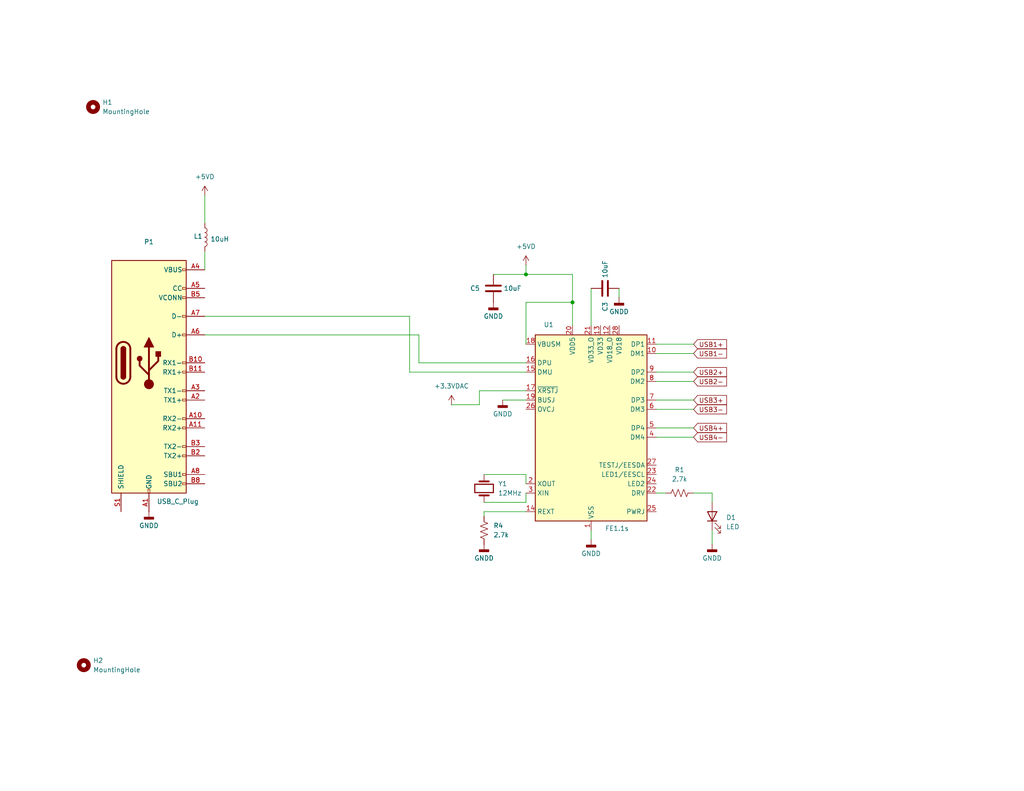
<source format=kicad_sch>
(kicad_sch
	(version 20250114)
	(generator "eeschema")
	(generator_version "9.0")
	(uuid "fab64453-571f-4088-ac35-3f70c8a22580")
	(paper "USLetter")
	(title_block
		(title "Digital Modes - Radio Interface")
		(rev "0.96")
		(company "VA7DBI")
	)
	(lib_symbols
		(symbol "Connector:USB_C_Plug"
			(pin_names
				(offset 1.016)
			)
			(exclude_from_sim no)
			(in_bom yes)
			(on_board yes)
			(property "Reference" "P"
				(at -10.16 29.21 0)
				(effects
					(font
						(size 1.27 1.27)
					)
					(justify left)
				)
			)
			(property "Value" "USB_C_Plug"
				(at 10.16 29.21 0)
				(effects
					(font
						(size 1.27 1.27)
					)
					(justify right)
				)
			)
			(property "Footprint" ""
				(at 3.81 0 0)
				(effects
					(font
						(size 1.27 1.27)
					)
					(hide yes)
				)
			)
			(property "Datasheet" "https://www.usb.org/sites/default/files/documents/usb_type-c.zip"
				(at 3.81 0 0)
				(effects
					(font
						(size 1.27 1.27)
					)
					(hide yes)
				)
			)
			(property "Description" "USB Type-C Plug connector"
				(at 0 0 0)
				(effects
					(font
						(size 1.27 1.27)
					)
					(hide yes)
				)
			)
			(property "ki_keywords" "usb universal serial bus"
				(at 0 0 0)
				(effects
					(font
						(size 1.27 1.27)
					)
					(hide yes)
				)
			)
			(property "ki_fp_filters" "USB*C*Plug*"
				(at 0 0 0)
				(effects
					(font
						(size 1.27 1.27)
					)
					(hide yes)
				)
			)
			(symbol "USB_C_Plug_0_0"
				(rectangle
					(start -0.254 -35.56)
					(end 0.254 -34.544)
					(stroke
						(width 0)
						(type default)
					)
					(fill
						(type none)
					)
				)
				(rectangle
					(start 10.16 25.654)
					(end 9.144 25.146)
					(stroke
						(width 0)
						(type default)
					)
					(fill
						(type none)
					)
				)
				(rectangle
					(start 10.16 20.574)
					(end 9.144 20.066)
					(stroke
						(width 0)
						(type default)
					)
					(fill
						(type none)
					)
				)
				(rectangle
					(start 10.16 18.034)
					(end 9.144 17.526)
					(stroke
						(width 0)
						(type default)
					)
					(fill
						(type none)
					)
				)
				(rectangle
					(start 10.16 12.954)
					(end 9.144 12.446)
					(stroke
						(width 0)
						(type default)
					)
					(fill
						(type none)
					)
				)
				(rectangle
					(start 10.16 7.874)
					(end 9.144 7.366)
					(stroke
						(width 0)
						(type default)
					)
					(fill
						(type none)
					)
				)
				(rectangle
					(start 10.16 0.254)
					(end 9.144 -0.254)
					(stroke
						(width 0)
						(type default)
					)
					(fill
						(type none)
					)
				)
				(rectangle
					(start 10.16 -2.286)
					(end 9.144 -2.794)
					(stroke
						(width 0)
						(type default)
					)
					(fill
						(type none)
					)
				)
				(rectangle
					(start 10.16 -7.366)
					(end 9.144 -7.874)
					(stroke
						(width 0)
						(type default)
					)
					(fill
						(type none)
					)
				)
				(rectangle
					(start 10.16 -9.906)
					(end 9.144 -10.414)
					(stroke
						(width 0)
						(type default)
					)
					(fill
						(type none)
					)
				)
				(rectangle
					(start 10.16 -14.986)
					(end 9.144 -15.494)
					(stroke
						(width 0)
						(type default)
					)
					(fill
						(type none)
					)
				)
				(rectangle
					(start 10.16 -17.526)
					(end 9.144 -18.034)
					(stroke
						(width 0)
						(type default)
					)
					(fill
						(type none)
					)
				)
				(rectangle
					(start 10.16 -22.606)
					(end 9.144 -23.114)
					(stroke
						(width 0)
						(type default)
					)
					(fill
						(type none)
					)
				)
				(rectangle
					(start 10.16 -25.146)
					(end 9.144 -25.654)
					(stroke
						(width 0)
						(type default)
					)
					(fill
						(type none)
					)
				)
				(rectangle
					(start 10.16 -30.226)
					(end 9.144 -30.734)
					(stroke
						(width 0)
						(type default)
					)
					(fill
						(type none)
					)
				)
				(rectangle
					(start 10.16 -32.766)
					(end 9.144 -33.274)
					(stroke
						(width 0)
						(type default)
					)
					(fill
						(type none)
					)
				)
			)
			(symbol "USB_C_Plug_0_1"
				(rectangle
					(start -10.16 27.94)
					(end 10.16 -35.56)
					(stroke
						(width 0.254)
						(type default)
					)
					(fill
						(type background)
					)
				)
				(polyline
					(pts
						(xy -8.89 -3.81) (xy -8.89 3.81)
					)
					(stroke
						(width 0.508)
						(type default)
					)
					(fill
						(type none)
					)
				)
				(rectangle
					(start -7.62 -3.81)
					(end -6.35 3.81)
					(stroke
						(width 0.254)
						(type default)
					)
					(fill
						(type outline)
					)
				)
				(arc
					(start -7.62 3.81)
					(mid -6.985 4.4423)
					(end -6.35 3.81)
					(stroke
						(width 0.254)
						(type default)
					)
					(fill
						(type none)
					)
				)
				(arc
					(start -7.62 3.81)
					(mid -6.985 4.4423)
					(end -6.35 3.81)
					(stroke
						(width 0.254)
						(type default)
					)
					(fill
						(type outline)
					)
				)
				(arc
					(start -8.89 3.81)
					(mid -6.985 5.7067)
					(end -5.08 3.81)
					(stroke
						(width 0.508)
						(type default)
					)
					(fill
						(type none)
					)
				)
				(arc
					(start -5.08 -3.81)
					(mid -6.985 -5.7067)
					(end -8.89 -3.81)
					(stroke
						(width 0.508)
						(type default)
					)
					(fill
						(type none)
					)
				)
				(arc
					(start -6.35 -3.81)
					(mid -6.985 -4.4423)
					(end -7.62 -3.81)
					(stroke
						(width 0.254)
						(type default)
					)
					(fill
						(type none)
					)
				)
				(arc
					(start -6.35 -3.81)
					(mid -6.985 -4.4423)
					(end -7.62 -3.81)
					(stroke
						(width 0.254)
						(type default)
					)
					(fill
						(type outline)
					)
				)
				(polyline
					(pts
						(xy -5.08 3.81) (xy -5.08 -3.81)
					)
					(stroke
						(width 0.508)
						(type default)
					)
					(fill
						(type none)
					)
				)
			)
			(symbol "USB_C_Plug_1_1"
				(circle
					(center -2.54 1.143)
					(radius 0.635)
					(stroke
						(width 0.254)
						(type default)
					)
					(fill
						(type outline)
					)
				)
				(polyline
					(pts
						(xy -1.27 4.318) (xy 0 6.858) (xy 1.27 4.318) (xy -1.27 4.318)
					)
					(stroke
						(width 0.254)
						(type default)
					)
					(fill
						(type outline)
					)
				)
				(polyline
					(pts
						(xy 0 -2.032) (xy 2.54 0.508) (xy 2.54 1.778)
					)
					(stroke
						(width 0.508)
						(type default)
					)
					(fill
						(type none)
					)
				)
				(polyline
					(pts
						(xy 0 -3.302) (xy -2.54 -0.762) (xy -2.54 0.508)
					)
					(stroke
						(width 0.508)
						(type default)
					)
					(fill
						(type none)
					)
				)
				(polyline
					(pts
						(xy 0 -5.842) (xy 0 4.318)
					)
					(stroke
						(width 0.508)
						(type default)
					)
					(fill
						(type none)
					)
				)
				(circle
					(center 0 -5.842)
					(radius 1.27)
					(stroke
						(width 0)
						(type default)
					)
					(fill
						(type outline)
					)
				)
				(rectangle
					(start 1.905 1.778)
					(end 3.175 3.048)
					(stroke
						(width 0.254)
						(type default)
					)
					(fill
						(type outline)
					)
				)
				(pin passive line
					(at -7.62 -40.64 90)
					(length 5.08)
					(name "SHIELD"
						(effects
							(font
								(size 1.27 1.27)
							)
						)
					)
					(number "S1"
						(effects
							(font
								(size 1.27 1.27)
							)
						)
					)
				)
				(pin passive line
					(at 0 -40.64 90)
					(length 5.08)
					(name "GND"
						(effects
							(font
								(size 1.27 1.27)
							)
						)
					)
					(number "A1"
						(effects
							(font
								(size 1.27 1.27)
							)
						)
					)
				)
				(pin passive line
					(at 0 -40.64 90)
					(length 5.08)
					(hide yes)
					(name "GND"
						(effects
							(font
								(size 1.27 1.27)
							)
						)
					)
					(number "A12"
						(effects
							(font
								(size 1.27 1.27)
							)
						)
					)
				)
				(pin passive line
					(at 0 -40.64 90)
					(length 5.08)
					(hide yes)
					(name "GND"
						(effects
							(font
								(size 1.27 1.27)
							)
						)
					)
					(number "B1"
						(effects
							(font
								(size 1.27 1.27)
							)
						)
					)
				)
				(pin passive line
					(at 0 -40.64 90)
					(length 5.08)
					(hide yes)
					(name "GND"
						(effects
							(font
								(size 1.27 1.27)
							)
						)
					)
					(number "B12"
						(effects
							(font
								(size 1.27 1.27)
							)
						)
					)
				)
				(pin passive line
					(at 15.24 25.4 180)
					(length 5.08)
					(name "VBUS"
						(effects
							(font
								(size 1.27 1.27)
							)
						)
					)
					(number "A4"
						(effects
							(font
								(size 1.27 1.27)
							)
						)
					)
				)
				(pin passive line
					(at 15.24 25.4 180)
					(length 5.08)
					(hide yes)
					(name "VBUS"
						(effects
							(font
								(size 1.27 1.27)
							)
						)
					)
					(number "A9"
						(effects
							(font
								(size 1.27 1.27)
							)
						)
					)
				)
				(pin passive line
					(at 15.24 25.4 180)
					(length 5.08)
					(hide yes)
					(name "VBUS"
						(effects
							(font
								(size 1.27 1.27)
							)
						)
					)
					(number "B4"
						(effects
							(font
								(size 1.27 1.27)
							)
						)
					)
				)
				(pin passive line
					(at 15.24 25.4 180)
					(length 5.08)
					(hide yes)
					(name "VBUS"
						(effects
							(font
								(size 1.27 1.27)
							)
						)
					)
					(number "B9"
						(effects
							(font
								(size 1.27 1.27)
							)
						)
					)
				)
				(pin bidirectional line
					(at 15.24 20.32 180)
					(length 5.08)
					(name "CC"
						(effects
							(font
								(size 1.27 1.27)
							)
						)
					)
					(number "A5"
						(effects
							(font
								(size 1.27 1.27)
							)
						)
					)
				)
				(pin bidirectional line
					(at 15.24 17.78 180)
					(length 5.08)
					(name "VCONN"
						(effects
							(font
								(size 1.27 1.27)
							)
						)
					)
					(number "B5"
						(effects
							(font
								(size 1.27 1.27)
							)
						)
					)
				)
				(pin bidirectional line
					(at 15.24 12.7 180)
					(length 5.08)
					(name "D-"
						(effects
							(font
								(size 1.27 1.27)
							)
						)
					)
					(number "A7"
						(effects
							(font
								(size 1.27 1.27)
							)
						)
					)
				)
				(pin bidirectional line
					(at 15.24 7.62 180)
					(length 5.08)
					(name "D+"
						(effects
							(font
								(size 1.27 1.27)
							)
						)
					)
					(number "A6"
						(effects
							(font
								(size 1.27 1.27)
							)
						)
					)
				)
				(pin bidirectional line
					(at 15.24 0 180)
					(length 5.08)
					(name "RX1-"
						(effects
							(font
								(size 1.27 1.27)
							)
						)
					)
					(number "B10"
						(effects
							(font
								(size 1.27 1.27)
							)
						)
					)
				)
				(pin bidirectional line
					(at 15.24 -2.54 180)
					(length 5.08)
					(name "RX1+"
						(effects
							(font
								(size 1.27 1.27)
							)
						)
					)
					(number "B11"
						(effects
							(font
								(size 1.27 1.27)
							)
						)
					)
				)
				(pin bidirectional line
					(at 15.24 -7.62 180)
					(length 5.08)
					(name "TX1-"
						(effects
							(font
								(size 1.27 1.27)
							)
						)
					)
					(number "A3"
						(effects
							(font
								(size 1.27 1.27)
							)
						)
					)
				)
				(pin bidirectional line
					(at 15.24 -10.16 180)
					(length 5.08)
					(name "TX1+"
						(effects
							(font
								(size 1.27 1.27)
							)
						)
					)
					(number "A2"
						(effects
							(font
								(size 1.27 1.27)
							)
						)
					)
				)
				(pin bidirectional line
					(at 15.24 -15.24 180)
					(length 5.08)
					(name "RX2-"
						(effects
							(font
								(size 1.27 1.27)
							)
						)
					)
					(number "A10"
						(effects
							(font
								(size 1.27 1.27)
							)
						)
					)
				)
				(pin bidirectional line
					(at 15.24 -17.78 180)
					(length 5.08)
					(name "RX2+"
						(effects
							(font
								(size 1.27 1.27)
							)
						)
					)
					(number "A11"
						(effects
							(font
								(size 1.27 1.27)
							)
						)
					)
				)
				(pin bidirectional line
					(at 15.24 -22.86 180)
					(length 5.08)
					(name "TX2-"
						(effects
							(font
								(size 1.27 1.27)
							)
						)
					)
					(number "B3"
						(effects
							(font
								(size 1.27 1.27)
							)
						)
					)
				)
				(pin bidirectional line
					(at 15.24 -25.4 180)
					(length 5.08)
					(name "TX2+"
						(effects
							(font
								(size 1.27 1.27)
							)
						)
					)
					(number "B2"
						(effects
							(font
								(size 1.27 1.27)
							)
						)
					)
				)
				(pin bidirectional line
					(at 15.24 -30.48 180)
					(length 5.08)
					(name "SBU1"
						(effects
							(font
								(size 1.27 1.27)
							)
						)
					)
					(number "A8"
						(effects
							(font
								(size 1.27 1.27)
							)
						)
					)
				)
				(pin bidirectional line
					(at 15.24 -33.02 180)
					(length 5.08)
					(name "SBU2"
						(effects
							(font
								(size 1.27 1.27)
							)
						)
					)
					(number "B8"
						(effects
							(font
								(size 1.27 1.27)
							)
						)
					)
				)
			)
			(embedded_fonts no)
		)
		(symbol "Device:C"
			(pin_numbers
				(hide yes)
			)
			(pin_names
				(offset 0.254)
			)
			(exclude_from_sim no)
			(in_bom yes)
			(on_board yes)
			(property "Reference" "C"
				(at 0.635 2.54 0)
				(effects
					(font
						(size 1.27 1.27)
					)
					(justify left)
				)
			)
			(property "Value" "C"
				(at 0.635 -2.54 0)
				(effects
					(font
						(size 1.27 1.27)
					)
					(justify left)
				)
			)
			(property "Footprint" ""
				(at 0.9652 -3.81 0)
				(effects
					(font
						(size 1.27 1.27)
					)
					(hide yes)
				)
			)
			(property "Datasheet" "~"
				(at 0 0 0)
				(effects
					(font
						(size 1.27 1.27)
					)
					(hide yes)
				)
			)
			(property "Description" "Unpolarized capacitor"
				(at 0 0 0)
				(effects
					(font
						(size 1.27 1.27)
					)
					(hide yes)
				)
			)
			(property "ki_keywords" "cap capacitor"
				(at 0 0 0)
				(effects
					(font
						(size 1.27 1.27)
					)
					(hide yes)
				)
			)
			(property "ki_fp_filters" "C_*"
				(at 0 0 0)
				(effects
					(font
						(size 1.27 1.27)
					)
					(hide yes)
				)
			)
			(symbol "C_0_1"
				(polyline
					(pts
						(xy -2.032 0.762) (xy 2.032 0.762)
					)
					(stroke
						(width 0.508)
						(type default)
					)
					(fill
						(type none)
					)
				)
				(polyline
					(pts
						(xy -2.032 -0.762) (xy 2.032 -0.762)
					)
					(stroke
						(width 0.508)
						(type default)
					)
					(fill
						(type none)
					)
				)
			)
			(symbol "C_1_1"
				(pin passive line
					(at 0 3.81 270)
					(length 2.794)
					(name "~"
						(effects
							(font
								(size 1.27 1.27)
							)
						)
					)
					(number "1"
						(effects
							(font
								(size 1.27 1.27)
							)
						)
					)
				)
				(pin passive line
					(at 0 -3.81 90)
					(length 2.794)
					(name "~"
						(effects
							(font
								(size 1.27 1.27)
							)
						)
					)
					(number "2"
						(effects
							(font
								(size 1.27 1.27)
							)
						)
					)
				)
			)
			(embedded_fonts no)
		)
		(symbol "Device:Crystal"
			(pin_numbers
				(hide yes)
			)
			(pin_names
				(offset 1.016)
				(hide yes)
			)
			(exclude_from_sim no)
			(in_bom yes)
			(on_board yes)
			(property "Reference" "Y"
				(at 0 3.81 0)
				(effects
					(font
						(size 1.27 1.27)
					)
				)
			)
			(property "Value" "Crystal"
				(at 0 -3.81 0)
				(effects
					(font
						(size 1.27 1.27)
					)
				)
			)
			(property "Footprint" ""
				(at 0 0 0)
				(effects
					(font
						(size 1.27 1.27)
					)
					(hide yes)
				)
			)
			(property "Datasheet" "~"
				(at 0 0 0)
				(effects
					(font
						(size 1.27 1.27)
					)
					(hide yes)
				)
			)
			(property "Description" "Two pin crystal"
				(at 0 0 0)
				(effects
					(font
						(size 1.27 1.27)
					)
					(hide yes)
				)
			)
			(property "ki_keywords" "quartz ceramic resonator oscillator"
				(at 0 0 0)
				(effects
					(font
						(size 1.27 1.27)
					)
					(hide yes)
				)
			)
			(property "ki_fp_filters" "Crystal*"
				(at 0 0 0)
				(effects
					(font
						(size 1.27 1.27)
					)
					(hide yes)
				)
			)
			(symbol "Crystal_0_1"
				(polyline
					(pts
						(xy -2.54 0) (xy -1.905 0)
					)
					(stroke
						(width 0)
						(type default)
					)
					(fill
						(type none)
					)
				)
				(polyline
					(pts
						(xy -1.905 -1.27) (xy -1.905 1.27)
					)
					(stroke
						(width 0.508)
						(type default)
					)
					(fill
						(type none)
					)
				)
				(rectangle
					(start -1.143 2.54)
					(end 1.143 -2.54)
					(stroke
						(width 0.3048)
						(type default)
					)
					(fill
						(type none)
					)
				)
				(polyline
					(pts
						(xy 1.905 -1.27) (xy 1.905 1.27)
					)
					(stroke
						(width 0.508)
						(type default)
					)
					(fill
						(type none)
					)
				)
				(polyline
					(pts
						(xy 2.54 0) (xy 1.905 0)
					)
					(stroke
						(width 0)
						(type default)
					)
					(fill
						(type none)
					)
				)
			)
			(symbol "Crystal_1_1"
				(pin passive line
					(at -3.81 0 0)
					(length 1.27)
					(name "1"
						(effects
							(font
								(size 1.27 1.27)
							)
						)
					)
					(number "1"
						(effects
							(font
								(size 1.27 1.27)
							)
						)
					)
				)
				(pin passive line
					(at 3.81 0 180)
					(length 1.27)
					(name "2"
						(effects
							(font
								(size 1.27 1.27)
							)
						)
					)
					(number "2"
						(effects
							(font
								(size 1.27 1.27)
							)
						)
					)
				)
			)
			(embedded_fonts no)
		)
		(symbol "Device:L"
			(pin_numbers
				(hide yes)
			)
			(pin_names
				(offset 1.016)
				(hide yes)
			)
			(exclude_from_sim no)
			(in_bom yes)
			(on_board yes)
			(property "Reference" "L"
				(at -1.27 0 90)
				(effects
					(font
						(size 1.27 1.27)
					)
				)
			)
			(property "Value" "L"
				(at 1.905 0 90)
				(effects
					(font
						(size 1.27 1.27)
					)
				)
			)
			(property "Footprint" ""
				(at 0 0 0)
				(effects
					(font
						(size 1.27 1.27)
					)
					(hide yes)
				)
			)
			(property "Datasheet" "~"
				(at 0 0 0)
				(effects
					(font
						(size 1.27 1.27)
					)
					(hide yes)
				)
			)
			(property "Description" "Inductor"
				(at 0 0 0)
				(effects
					(font
						(size 1.27 1.27)
					)
					(hide yes)
				)
			)
			(property "ki_keywords" "inductor choke coil reactor magnetic"
				(at 0 0 0)
				(effects
					(font
						(size 1.27 1.27)
					)
					(hide yes)
				)
			)
			(property "ki_fp_filters" "Choke_* *Coil* Inductor_* L_*"
				(at 0 0 0)
				(effects
					(font
						(size 1.27 1.27)
					)
					(hide yes)
				)
			)
			(symbol "L_0_1"
				(arc
					(start 0 2.54)
					(mid 0.6323 1.905)
					(end 0 1.27)
					(stroke
						(width 0)
						(type default)
					)
					(fill
						(type none)
					)
				)
				(arc
					(start 0 1.27)
					(mid 0.6323 0.635)
					(end 0 0)
					(stroke
						(width 0)
						(type default)
					)
					(fill
						(type none)
					)
				)
				(arc
					(start 0 0)
					(mid 0.6323 -0.635)
					(end 0 -1.27)
					(stroke
						(width 0)
						(type default)
					)
					(fill
						(type none)
					)
				)
				(arc
					(start 0 -1.27)
					(mid 0.6323 -1.905)
					(end 0 -2.54)
					(stroke
						(width 0)
						(type default)
					)
					(fill
						(type none)
					)
				)
			)
			(symbol "L_1_1"
				(pin passive line
					(at 0 3.81 270)
					(length 1.27)
					(name "1"
						(effects
							(font
								(size 1.27 1.27)
							)
						)
					)
					(number "1"
						(effects
							(font
								(size 1.27 1.27)
							)
						)
					)
				)
				(pin passive line
					(at 0 -3.81 90)
					(length 1.27)
					(name "2"
						(effects
							(font
								(size 1.27 1.27)
							)
						)
					)
					(number "2"
						(effects
							(font
								(size 1.27 1.27)
							)
						)
					)
				)
			)
			(embedded_fonts no)
		)
		(symbol "Device:LED"
			(pin_numbers
				(hide yes)
			)
			(pin_names
				(offset 1.016)
				(hide yes)
			)
			(exclude_from_sim no)
			(in_bom yes)
			(on_board yes)
			(property "Reference" "D"
				(at 0 2.54 0)
				(effects
					(font
						(size 1.27 1.27)
					)
				)
			)
			(property "Value" "LED"
				(at 0 -2.54 0)
				(effects
					(font
						(size 1.27 1.27)
					)
				)
			)
			(property "Footprint" ""
				(at 0 0 0)
				(effects
					(font
						(size 1.27 1.27)
					)
					(hide yes)
				)
			)
			(property "Datasheet" "~"
				(at 0 0 0)
				(effects
					(font
						(size 1.27 1.27)
					)
					(hide yes)
				)
			)
			(property "Description" "Light emitting diode"
				(at 0 0 0)
				(effects
					(font
						(size 1.27 1.27)
					)
					(hide yes)
				)
			)
			(property "ki_keywords" "LED diode"
				(at 0 0 0)
				(effects
					(font
						(size 1.27 1.27)
					)
					(hide yes)
				)
			)
			(property "ki_fp_filters" "LED* LED_SMD:* LED_THT:*"
				(at 0 0 0)
				(effects
					(font
						(size 1.27 1.27)
					)
					(hide yes)
				)
			)
			(symbol "LED_0_1"
				(polyline
					(pts
						(xy -3.048 -0.762) (xy -4.572 -2.286) (xy -3.81 -2.286) (xy -4.572 -2.286) (xy -4.572 -1.524)
					)
					(stroke
						(width 0)
						(type default)
					)
					(fill
						(type none)
					)
				)
				(polyline
					(pts
						(xy -1.778 -0.762) (xy -3.302 -2.286) (xy -2.54 -2.286) (xy -3.302 -2.286) (xy -3.302 -1.524)
					)
					(stroke
						(width 0)
						(type default)
					)
					(fill
						(type none)
					)
				)
				(polyline
					(pts
						(xy -1.27 0) (xy 1.27 0)
					)
					(stroke
						(width 0)
						(type default)
					)
					(fill
						(type none)
					)
				)
				(polyline
					(pts
						(xy -1.27 -1.27) (xy -1.27 1.27)
					)
					(stroke
						(width 0.254)
						(type default)
					)
					(fill
						(type none)
					)
				)
				(polyline
					(pts
						(xy 1.27 -1.27) (xy 1.27 1.27) (xy -1.27 0) (xy 1.27 -1.27)
					)
					(stroke
						(width 0.254)
						(type default)
					)
					(fill
						(type none)
					)
				)
			)
			(symbol "LED_1_1"
				(pin passive line
					(at -3.81 0 0)
					(length 2.54)
					(name "K"
						(effects
							(font
								(size 1.27 1.27)
							)
						)
					)
					(number "1"
						(effects
							(font
								(size 1.27 1.27)
							)
						)
					)
				)
				(pin passive line
					(at 3.81 0 180)
					(length 2.54)
					(name "A"
						(effects
							(font
								(size 1.27 1.27)
							)
						)
					)
					(number "2"
						(effects
							(font
								(size 1.27 1.27)
							)
						)
					)
				)
			)
			(embedded_fonts no)
		)
		(symbol "Device:R_US"
			(pin_numbers
				(hide yes)
			)
			(pin_names
				(offset 0)
			)
			(exclude_from_sim no)
			(in_bom yes)
			(on_board yes)
			(property "Reference" "R"
				(at 2.54 0 90)
				(effects
					(font
						(size 1.27 1.27)
					)
				)
			)
			(property "Value" "R_US"
				(at -2.54 0 90)
				(effects
					(font
						(size 1.27 1.27)
					)
				)
			)
			(property "Footprint" ""
				(at 1.016 -0.254 90)
				(effects
					(font
						(size 1.27 1.27)
					)
					(hide yes)
				)
			)
			(property "Datasheet" "~"
				(at 0 0 0)
				(effects
					(font
						(size 1.27 1.27)
					)
					(hide yes)
				)
			)
			(property "Description" "Resistor, US symbol"
				(at 0 0 0)
				(effects
					(font
						(size 1.27 1.27)
					)
					(hide yes)
				)
			)
			(property "ki_keywords" "R res resistor"
				(at 0 0 0)
				(effects
					(font
						(size 1.27 1.27)
					)
					(hide yes)
				)
			)
			(property "ki_fp_filters" "R_*"
				(at 0 0 0)
				(effects
					(font
						(size 1.27 1.27)
					)
					(hide yes)
				)
			)
			(symbol "R_US_0_1"
				(polyline
					(pts
						(xy 0 2.286) (xy 0 2.54)
					)
					(stroke
						(width 0)
						(type default)
					)
					(fill
						(type none)
					)
				)
				(polyline
					(pts
						(xy 0 2.286) (xy 1.016 1.905) (xy 0 1.524) (xy -1.016 1.143) (xy 0 0.762)
					)
					(stroke
						(width 0)
						(type default)
					)
					(fill
						(type none)
					)
				)
				(polyline
					(pts
						(xy 0 0.762) (xy 1.016 0.381) (xy 0 0) (xy -1.016 -0.381) (xy 0 -0.762)
					)
					(stroke
						(width 0)
						(type default)
					)
					(fill
						(type none)
					)
				)
				(polyline
					(pts
						(xy 0 -0.762) (xy 1.016 -1.143) (xy 0 -1.524) (xy -1.016 -1.905) (xy 0 -2.286)
					)
					(stroke
						(width 0)
						(type default)
					)
					(fill
						(type none)
					)
				)
				(polyline
					(pts
						(xy 0 -2.286) (xy 0 -2.54)
					)
					(stroke
						(width 0)
						(type default)
					)
					(fill
						(type none)
					)
				)
			)
			(symbol "R_US_1_1"
				(pin passive line
					(at 0 3.81 270)
					(length 1.27)
					(name "~"
						(effects
							(font
								(size 1.27 1.27)
							)
						)
					)
					(number "1"
						(effects
							(font
								(size 1.27 1.27)
							)
						)
					)
				)
				(pin passive line
					(at 0 -3.81 90)
					(length 1.27)
					(name "~"
						(effects
							(font
								(size 1.27 1.27)
							)
						)
					)
					(number "2"
						(effects
							(font
								(size 1.27 1.27)
							)
						)
					)
				)
			)
			(embedded_fonts no)
		)
		(symbol "Interface_USB:FE1.1s"
			(exclude_from_sim no)
			(in_bom yes)
			(on_board yes)
			(property "Reference" "U"
				(at -11.43 26.67 0)
				(effects
					(font
						(size 1.27 1.27)
					)
				)
			)
			(property "Value" "FE1.1s"
				(at 12.7 27.94 0)
				(effects
					(font
						(size 1.27 1.27)
					)
					(justify top)
				)
			)
			(property "Footprint" "Package_SO:SSOP-28_3.9x9.9mm_P0.635mm"
				(at 26.67 -38.1 0)
				(effects
					(font
						(size 1.27 1.27)
					)
					(hide yes)
				)
			)
			(property "Datasheet" "https://cdn-shop.adafruit.com/product-files/2991/FE1.1s+Data+Sheet+(Rev.+1.0).pdf"
				(at 0 0 0)
				(effects
					(font
						(size 1.27 1.27)
					)
					(hide yes)
				)
			)
			(property "Description" "USB 2.0 High Speed 4-Port Hub Controller, SSOP-28"
				(at 0 0 0)
				(effects
					(font
						(size 1.27 1.27)
					)
					(hide yes)
				)
			)
			(property "ki_keywords" "4-Port, EEPROM, High Speed, Hub, USB2.0"
				(at 0 0 0)
				(effects
					(font
						(size 1.27 1.27)
					)
					(hide yes)
				)
			)
			(property "ki_fp_filters" "SSOP*3.9x9.9mm*P0.635mm*"
				(at 0 0 0)
				(effects
					(font
						(size 1.27 1.27)
					)
					(hide yes)
				)
			)
			(symbol "FE1.1s_0_1"
				(rectangle
					(start -15.24 25.4)
					(end 15.24 -25.4)
					(stroke
						(width 0.254)
						(type default)
					)
					(fill
						(type background)
					)
				)
			)
			(symbol "FE1.1s_1_1"
				(pin input line
					(at -17.78 22.86 0)
					(length 2.54)
					(name "VBUSM"
						(effects
							(font
								(size 1.27 1.27)
							)
						)
					)
					(number "18"
						(effects
							(font
								(size 1.27 1.27)
							)
						)
					)
				)
				(pin bidirectional line
					(at -17.78 17.78 0)
					(length 2.54)
					(name "DPU"
						(effects
							(font
								(size 1.27 1.27)
							)
						)
					)
					(number "16"
						(effects
							(font
								(size 1.27 1.27)
							)
						)
					)
				)
				(pin bidirectional line
					(at -17.78 15.24 0)
					(length 2.54)
					(name "DMU"
						(effects
							(font
								(size 1.27 1.27)
							)
						)
					)
					(number "15"
						(effects
							(font
								(size 1.27 1.27)
							)
						)
					)
				)
				(pin input line
					(at -17.78 10.16 0)
					(length 2.54)
					(name "~{XRSTJ}"
						(effects
							(font
								(size 1.27 1.27)
							)
						)
					)
					(number "17"
						(effects
							(font
								(size 1.27 1.27)
							)
						)
					)
				)
				(pin input line
					(at -17.78 7.62 0)
					(length 2.54)
					(name "BUSJ"
						(effects
							(font
								(size 1.27 1.27)
							)
						)
					)
					(number "19"
						(effects
							(font
								(size 1.27 1.27)
							)
						)
					)
				)
				(pin input line
					(at -17.78 5.08 0)
					(length 2.54)
					(name "OVCJ"
						(effects
							(font
								(size 1.27 1.27)
							)
						)
					)
					(number "26"
						(effects
							(font
								(size 1.27 1.27)
							)
						)
					)
				)
				(pin output line
					(at -17.78 -15.24 0)
					(length 2.54)
					(name "XOUT"
						(effects
							(font
								(size 1.27 1.27)
							)
						)
					)
					(number "2"
						(effects
							(font
								(size 1.27 1.27)
							)
						)
					)
				)
				(pin input line
					(at -17.78 -17.78 0)
					(length 2.54)
					(name "XIN"
						(effects
							(font
								(size 1.27 1.27)
							)
						)
					)
					(number "3"
						(effects
							(font
								(size 1.27 1.27)
							)
						)
					)
				)
				(pin passive line
					(at -17.78 -22.86 0)
					(length 2.54)
					(name "REXT"
						(effects
							(font
								(size 1.27 1.27)
							)
						)
					)
					(number "14"
						(effects
							(font
								(size 1.27 1.27)
							)
						)
					)
				)
				(pin power_in line
					(at -5.08 27.94 270)
					(length 2.54)
					(name "VDD5"
						(effects
							(font
								(size 1.27 1.27)
							)
						)
					)
					(number "20"
						(effects
							(font
								(size 1.27 1.27)
							)
						)
					)
				)
				(pin power_out line
					(at 0 27.94 270)
					(length 2.54)
					(name "VD33_O"
						(effects
							(font
								(size 1.27 1.27)
							)
						)
					)
					(number "21"
						(effects
							(font
								(size 1.27 1.27)
							)
						)
					)
				)
				(pin power_in line
					(at 0 -27.94 90)
					(length 2.54)
					(name "VSS"
						(effects
							(font
								(size 1.27 1.27)
							)
						)
					)
					(number "1"
						(effects
							(font
								(size 1.27 1.27)
							)
						)
					)
				)
				(pin power_in line
					(at 2.54 27.94 270)
					(length 2.54)
					(name "VD33"
						(effects
							(font
								(size 1.27 1.27)
							)
						)
					)
					(number "13"
						(effects
							(font
								(size 1.27 1.27)
							)
						)
					)
				)
				(pin power_out line
					(at 5.08 27.94 270)
					(length 2.54)
					(name "VD18_O"
						(effects
							(font
								(size 1.27 1.27)
							)
						)
					)
					(number "12"
						(effects
							(font
								(size 1.27 1.27)
							)
						)
					)
				)
				(pin power_in line
					(at 7.62 27.94 270)
					(length 2.54)
					(name "VD18"
						(effects
							(font
								(size 1.27 1.27)
							)
						)
					)
					(number "28"
						(effects
							(font
								(size 1.27 1.27)
							)
						)
					)
				)
				(pin bidirectional line
					(at 17.78 22.86 180)
					(length 2.54)
					(name "DP1"
						(effects
							(font
								(size 1.27 1.27)
							)
						)
					)
					(number "11"
						(effects
							(font
								(size 1.27 1.27)
							)
						)
					)
				)
				(pin bidirectional line
					(at 17.78 20.32 180)
					(length 2.54)
					(name "DM1"
						(effects
							(font
								(size 1.27 1.27)
							)
						)
					)
					(number "10"
						(effects
							(font
								(size 1.27 1.27)
							)
						)
					)
				)
				(pin bidirectional line
					(at 17.78 15.24 180)
					(length 2.54)
					(name "DP2"
						(effects
							(font
								(size 1.27 1.27)
							)
						)
					)
					(number "9"
						(effects
							(font
								(size 1.27 1.27)
							)
						)
					)
				)
				(pin bidirectional line
					(at 17.78 12.7 180)
					(length 2.54)
					(name "DM2"
						(effects
							(font
								(size 1.27 1.27)
							)
						)
					)
					(number "8"
						(effects
							(font
								(size 1.27 1.27)
							)
						)
					)
				)
				(pin bidirectional line
					(at 17.78 7.62 180)
					(length 2.54)
					(name "DP3"
						(effects
							(font
								(size 1.27 1.27)
							)
						)
					)
					(number "7"
						(effects
							(font
								(size 1.27 1.27)
							)
						)
					)
				)
				(pin bidirectional line
					(at 17.78 5.08 180)
					(length 2.54)
					(name "DM3"
						(effects
							(font
								(size 1.27 1.27)
							)
						)
					)
					(number "6"
						(effects
							(font
								(size 1.27 1.27)
							)
						)
					)
				)
				(pin bidirectional line
					(at 17.78 0 180)
					(length 2.54)
					(name "DP4"
						(effects
							(font
								(size 1.27 1.27)
							)
						)
					)
					(number "5"
						(effects
							(font
								(size 1.27 1.27)
							)
						)
					)
				)
				(pin bidirectional line
					(at 17.78 -2.54 180)
					(length 2.54)
					(name "DM4"
						(effects
							(font
								(size 1.27 1.27)
							)
						)
					)
					(number "4"
						(effects
							(font
								(size 1.27 1.27)
							)
						)
					)
				)
				(pin bidirectional line
					(at 17.78 -10.16 180)
					(length 2.54)
					(name "TESTJ/EESDA"
						(effects
							(font
								(size 1.27 1.27)
							)
						)
					)
					(number "27"
						(effects
							(font
								(size 1.27 1.27)
							)
						)
					)
				)
				(pin bidirectional line
					(at 17.78 -12.7 180)
					(length 2.54)
					(name "LED1/EESCL"
						(effects
							(font
								(size 1.27 1.27)
							)
						)
					)
					(number "23"
						(effects
							(font
								(size 1.27 1.27)
							)
						)
					)
				)
				(pin bidirectional line
					(at 17.78 -15.24 180)
					(length 2.54)
					(name "LED2"
						(effects
							(font
								(size 1.27 1.27)
							)
						)
					)
					(number "24"
						(effects
							(font
								(size 1.27 1.27)
							)
						)
					)
				)
				(pin bidirectional line
					(at 17.78 -17.78 180)
					(length 2.54)
					(name "DRV"
						(effects
							(font
								(size 1.27 1.27)
							)
						)
					)
					(number "22"
						(effects
							(font
								(size 1.27 1.27)
							)
						)
					)
				)
				(pin output line
					(at 17.78 -22.86 180)
					(length 2.54)
					(name "PWRJ"
						(effects
							(font
								(size 1.27 1.27)
							)
						)
					)
					(number "25"
						(effects
							(font
								(size 1.27 1.27)
							)
						)
					)
				)
			)
			(embedded_fonts no)
		)
		(symbol "Mechanical:MountingHole"
			(pin_names
				(offset 1.016)
			)
			(exclude_from_sim yes)
			(in_bom no)
			(on_board yes)
			(property "Reference" "H"
				(at 0 5.08 0)
				(effects
					(font
						(size 1.27 1.27)
					)
				)
			)
			(property "Value" "MountingHole"
				(at 0 3.175 0)
				(effects
					(font
						(size 1.27 1.27)
					)
				)
			)
			(property "Footprint" ""
				(at 0 0 0)
				(effects
					(font
						(size 1.27 1.27)
					)
					(hide yes)
				)
			)
			(property "Datasheet" "~"
				(at 0 0 0)
				(effects
					(font
						(size 1.27 1.27)
					)
					(hide yes)
				)
			)
			(property "Description" "Mounting Hole without connection"
				(at 0 0 0)
				(effects
					(font
						(size 1.27 1.27)
					)
					(hide yes)
				)
			)
			(property "ki_keywords" "mounting hole"
				(at 0 0 0)
				(effects
					(font
						(size 1.27 1.27)
					)
					(hide yes)
				)
			)
			(property "ki_fp_filters" "MountingHole*"
				(at 0 0 0)
				(effects
					(font
						(size 1.27 1.27)
					)
					(hide yes)
				)
			)
			(symbol "MountingHole_0_1"
				(circle
					(center 0 0)
					(radius 1.27)
					(stroke
						(width 1.27)
						(type default)
					)
					(fill
						(type none)
					)
				)
			)
			(embedded_fonts no)
		)
		(symbol "power:+3.3VDAC"
			(power)
			(pin_numbers
				(hide yes)
			)
			(pin_names
				(offset 0)
				(hide yes)
			)
			(exclude_from_sim no)
			(in_bom yes)
			(on_board yes)
			(property "Reference" "#PWR"
				(at 3.81 -1.27 0)
				(effects
					(font
						(size 1.27 1.27)
					)
					(hide yes)
				)
			)
			(property "Value" "+3.3VDAC"
				(at 0 3.556 0)
				(effects
					(font
						(size 1.27 1.27)
					)
				)
			)
			(property "Footprint" ""
				(at 0 0 0)
				(effects
					(font
						(size 1.27 1.27)
					)
					(hide yes)
				)
			)
			(property "Datasheet" ""
				(at 0 0 0)
				(effects
					(font
						(size 1.27 1.27)
					)
					(hide yes)
				)
			)
			(property "Description" "Power symbol creates a global label with name \"+3.3VDAC\""
				(at 0 0 0)
				(effects
					(font
						(size 1.27 1.27)
					)
					(hide yes)
				)
			)
			(property "ki_keywords" "global power"
				(at 0 0 0)
				(effects
					(font
						(size 1.27 1.27)
					)
					(hide yes)
				)
			)
			(symbol "+3.3VDAC_0_0"
				(pin power_in line
					(at 0 0 90)
					(length 0)
					(name "~"
						(effects
							(font
								(size 1.27 1.27)
							)
						)
					)
					(number "1"
						(effects
							(font
								(size 1.27 1.27)
							)
						)
					)
				)
			)
			(symbol "+3.3VDAC_0_1"
				(polyline
					(pts
						(xy -0.762 1.27) (xy 0 2.54)
					)
					(stroke
						(width 0)
						(type default)
					)
					(fill
						(type none)
					)
				)
				(polyline
					(pts
						(xy 0 2.54) (xy 0.762 1.27)
					)
					(stroke
						(width 0)
						(type default)
					)
					(fill
						(type none)
					)
				)
				(polyline
					(pts
						(xy 0 0) (xy 0 2.54)
					)
					(stroke
						(width 0)
						(type default)
					)
					(fill
						(type none)
					)
				)
			)
			(embedded_fonts no)
		)
		(symbol "power:+5VD"
			(power)
			(pin_numbers
				(hide yes)
			)
			(pin_names
				(offset 0)
				(hide yes)
			)
			(exclude_from_sim no)
			(in_bom yes)
			(on_board yes)
			(property "Reference" "#PWR"
				(at 0 -3.81 0)
				(effects
					(font
						(size 1.27 1.27)
					)
					(hide yes)
				)
			)
			(property "Value" "+5VD"
				(at 0 3.556 0)
				(effects
					(font
						(size 1.27 1.27)
					)
				)
			)
			(property "Footprint" ""
				(at 0 0 0)
				(effects
					(font
						(size 1.27 1.27)
					)
					(hide yes)
				)
			)
			(property "Datasheet" ""
				(at 0 0 0)
				(effects
					(font
						(size 1.27 1.27)
					)
					(hide yes)
				)
			)
			(property "Description" "Power symbol creates a global label with name \"+5VD\""
				(at 0 0 0)
				(effects
					(font
						(size 1.27 1.27)
					)
					(hide yes)
				)
			)
			(property "ki_keywords" "global power"
				(at 0 0 0)
				(effects
					(font
						(size 1.27 1.27)
					)
					(hide yes)
				)
			)
			(symbol "+5VD_0_1"
				(polyline
					(pts
						(xy -0.762 1.27) (xy 0 2.54)
					)
					(stroke
						(width 0)
						(type default)
					)
					(fill
						(type none)
					)
				)
				(polyline
					(pts
						(xy 0 2.54) (xy 0.762 1.27)
					)
					(stroke
						(width 0)
						(type default)
					)
					(fill
						(type none)
					)
				)
				(polyline
					(pts
						(xy 0 0) (xy 0 2.54)
					)
					(stroke
						(width 0)
						(type default)
					)
					(fill
						(type none)
					)
				)
			)
			(symbol "+5VD_1_1"
				(pin power_in line
					(at 0 0 90)
					(length 0)
					(name "~"
						(effects
							(font
								(size 1.27 1.27)
							)
						)
					)
					(number "1"
						(effects
							(font
								(size 1.27 1.27)
							)
						)
					)
				)
			)
			(embedded_fonts no)
		)
		(symbol "power:GNDD"
			(power)
			(pin_numbers
				(hide yes)
			)
			(pin_names
				(offset 0)
				(hide yes)
			)
			(exclude_from_sim no)
			(in_bom yes)
			(on_board yes)
			(property "Reference" "#PWR"
				(at 0 -6.35 0)
				(effects
					(font
						(size 1.27 1.27)
					)
					(hide yes)
				)
			)
			(property "Value" "GNDD"
				(at 0 -3.175 0)
				(effects
					(font
						(size 1.27 1.27)
					)
				)
			)
			(property "Footprint" ""
				(at 0 0 0)
				(effects
					(font
						(size 1.27 1.27)
					)
					(hide yes)
				)
			)
			(property "Datasheet" ""
				(at 0 0 0)
				(effects
					(font
						(size 1.27 1.27)
					)
					(hide yes)
				)
			)
			(property "Description" "Power symbol creates a global label with name \"GNDD\" , digital ground"
				(at 0 0 0)
				(effects
					(font
						(size 1.27 1.27)
					)
					(hide yes)
				)
			)
			(property "ki_keywords" "global power"
				(at 0 0 0)
				(effects
					(font
						(size 1.27 1.27)
					)
					(hide yes)
				)
			)
			(symbol "GNDD_0_1"
				(rectangle
					(start -1.27 -1.524)
					(end 1.27 -2.032)
					(stroke
						(width 0.254)
						(type default)
					)
					(fill
						(type outline)
					)
				)
				(polyline
					(pts
						(xy 0 0) (xy 0 -1.524)
					)
					(stroke
						(width 0)
						(type default)
					)
					(fill
						(type none)
					)
				)
			)
			(symbol "GNDD_1_1"
				(pin power_in line
					(at 0 0 270)
					(length 0)
					(name "~"
						(effects
							(font
								(size 1.27 1.27)
							)
						)
					)
					(number "1"
						(effects
							(font
								(size 1.27 1.27)
							)
						)
					)
				)
			)
			(embedded_fonts no)
		)
	)
	(junction
		(at 143.51 74.93)
		(diameter 0)
		(color 0 0 0 0)
		(uuid "785eb82e-0dc6-4a0d-98ed-f00efcc5fe9e")
	)
	(junction
		(at 156.21 82.55)
		(diameter 0)
		(color 0 0 0 0)
		(uuid "f9d26ecb-3c8b-4c09-b938-36d2b8b01d03")
	)
	(wire
		(pts
			(xy 114.3 99.06) (xy 143.51 99.06)
		)
		(stroke
			(width 0)
			(type default)
		)
		(uuid "02bee82c-8928-4204-8f00-4563e4424286")
	)
	(wire
		(pts
			(xy 179.07 104.14) (xy 189.23 104.14)
		)
		(stroke
			(width 0)
			(type default)
		)
		(uuid "19ffd0dd-0c3b-4921-b021-27c722ac7b53")
	)
	(wire
		(pts
			(xy 179.07 101.6) (xy 189.23 101.6)
		)
		(stroke
			(width 0)
			(type default)
		)
		(uuid "239b7399-8d18-47c2-89c1-a7f948886bb4")
	)
	(wire
		(pts
			(xy 55.88 91.44) (xy 114.3 91.44)
		)
		(stroke
			(width 0)
			(type default)
		)
		(uuid "26463c01-a205-4aa3-84c9-c91209be4951")
	)
	(wire
		(pts
			(xy 143.51 139.7) (xy 132.08 139.7)
		)
		(stroke
			(width 0)
			(type default)
		)
		(uuid "28db4151-ee39-49c5-aed5-150a0856fb76")
	)
	(wire
		(pts
			(xy 132.08 137.16) (xy 143.51 137.16)
		)
		(stroke
			(width 0)
			(type default)
		)
		(uuid "2f693720-a13d-4632-a9ae-cdf0ad74b5a9")
	)
	(wire
		(pts
			(xy 137.16 109.22) (xy 143.51 109.22)
		)
		(stroke
			(width 0)
			(type default)
		)
		(uuid "39785aef-277e-4057-95e5-c25153ec251e")
	)
	(wire
		(pts
			(xy 179.07 116.84) (xy 189.23 116.84)
		)
		(stroke
			(width 0)
			(type default)
		)
		(uuid "3c927b59-d7a9-4048-877d-77f4ae104449")
	)
	(wire
		(pts
			(xy 143.51 82.55) (xy 156.21 82.55)
		)
		(stroke
			(width 0)
			(type default)
		)
		(uuid "4018a90a-95ca-46e7-8732-d37c9b371cbb")
	)
	(wire
		(pts
			(xy 132.08 129.54) (xy 143.51 129.54)
		)
		(stroke
			(width 0)
			(type default)
		)
		(uuid "446f4ff3-a243-47df-aaa6-a4df0449112d")
	)
	(wire
		(pts
			(xy 161.29 144.78) (xy 161.29 147.32)
		)
		(stroke
			(width 0)
			(type default)
		)
		(uuid "46257a8d-596a-4fbe-875d-07ead8cfccc1")
	)
	(wire
		(pts
			(xy 55.88 53.34) (xy 55.88 60.96)
		)
		(stroke
			(width 0)
			(type default)
		)
		(uuid "4aeb89e9-18bb-438f-bfdd-559f246d773c")
	)
	(wire
		(pts
			(xy 179.07 109.22) (xy 189.23 109.22)
		)
		(stroke
			(width 0)
			(type default)
		)
		(uuid "4dd6efdd-de50-427a-a299-6c9cfaf8ef89")
	)
	(wire
		(pts
			(xy 55.88 68.58) (xy 55.88 73.66)
		)
		(stroke
			(width 0)
			(type default)
		)
		(uuid "54b0c63b-5059-46d6-aa1f-36eb473322f2")
	)
	(wire
		(pts
			(xy 179.07 134.62) (xy 181.61 134.62)
		)
		(stroke
			(width 0)
			(type default)
		)
		(uuid "552b5098-7256-4df8-a67e-c9d20c32044b")
	)
	(wire
		(pts
			(xy 194.31 134.62) (xy 194.31 137.16)
		)
		(stroke
			(width 0)
			(type default)
		)
		(uuid "556410d4-cc37-465b-bfc0-76d5ae2a4488")
	)
	(wire
		(pts
			(xy 161.29 78.74) (xy 161.29 88.9)
		)
		(stroke
			(width 0)
			(type default)
		)
		(uuid "6517f928-f3ae-413c-9f77-b35073ea92dd")
	)
	(wire
		(pts
			(xy 111.76 86.36) (xy 55.88 86.36)
		)
		(stroke
			(width 0)
			(type default)
		)
		(uuid "6bcf759b-ac94-4949-aeb7-d83e82c65e19")
	)
	(wire
		(pts
			(xy 156.21 74.93) (xy 143.51 74.93)
		)
		(stroke
			(width 0)
			(type default)
		)
		(uuid "6e2d6921-ff06-4242-a543-e40fac9b860e")
	)
	(wire
		(pts
			(xy 134.62 74.93) (xy 143.51 74.93)
		)
		(stroke
			(width 0)
			(type default)
		)
		(uuid "73a3baef-de43-4284-b7d2-171197b70098")
	)
	(wire
		(pts
			(xy 156.21 82.55) (xy 156.21 88.9)
		)
		(stroke
			(width 0)
			(type default)
		)
		(uuid "860f370f-5a9a-4ac7-9ac7-b5e6de4a7bb5")
	)
	(wire
		(pts
			(xy 143.51 93.98) (xy 143.51 82.55)
		)
		(stroke
			(width 0)
			(type default)
		)
		(uuid "87759b38-d17b-415e-92bf-4dcfb8d78bba")
	)
	(wire
		(pts
			(xy 130.81 110.49) (xy 123.19 110.49)
		)
		(stroke
			(width 0)
			(type default)
		)
		(uuid "88eb0955-f95e-4044-b77d-2a4f8cbd355a")
	)
	(wire
		(pts
			(xy 111.76 101.6) (xy 111.76 86.36)
		)
		(stroke
			(width 0)
			(type default)
		)
		(uuid "89d8e56c-afb1-4202-8e04-81c266c193ce")
	)
	(wire
		(pts
			(xy 132.08 139.7) (xy 132.08 140.97)
		)
		(stroke
			(width 0)
			(type default)
		)
		(uuid "9c4e4de2-3fc6-4d8c-951c-f73c9aa78635")
	)
	(wire
		(pts
			(xy 179.07 93.98) (xy 189.23 93.98)
		)
		(stroke
			(width 0)
			(type default)
		)
		(uuid "a1405422-a43c-4eb9-9a01-fcd8919e1d06")
	)
	(wire
		(pts
			(xy 168.91 78.74) (xy 168.91 81.28)
		)
		(stroke
			(width 0)
			(type default)
		)
		(uuid "a26066c0-f92d-4a1d-aa7a-f6187a2e3711")
	)
	(wire
		(pts
			(xy 179.07 96.52) (xy 189.23 96.52)
		)
		(stroke
			(width 0)
			(type default)
		)
		(uuid "b5ed2bce-8f42-413e-a3ac-4ac873b7f357")
	)
	(wire
		(pts
			(xy 114.3 99.06) (xy 114.3 91.44)
		)
		(stroke
			(width 0)
			(type default)
		)
		(uuid "b6e9d32f-55b6-4a4b-8e08-4bfdaa0f19ba")
	)
	(wire
		(pts
			(xy 194.31 144.78) (xy 194.31 148.59)
		)
		(stroke
			(width 0)
			(type default)
		)
		(uuid "b84a0383-a0f8-4a3f-bba8-3375b2ba299e")
	)
	(wire
		(pts
			(xy 143.51 106.68) (xy 130.81 106.68)
		)
		(stroke
			(width 0)
			(type default)
		)
		(uuid "c0be3473-1a30-46ad-adb2-173ab9ed5c52")
	)
	(wire
		(pts
			(xy 143.51 101.6) (xy 111.76 101.6)
		)
		(stroke
			(width 0)
			(type default)
		)
		(uuid "c13d7ebf-ad18-4951-b0fc-bb62b66fa7a8")
	)
	(wire
		(pts
			(xy 156.21 74.93) (xy 156.21 82.55)
		)
		(stroke
			(width 0)
			(type default)
		)
		(uuid "c18245d0-3e3a-4793-8b16-fe97bf3f1f4d")
	)
	(wire
		(pts
			(xy 189.23 134.62) (xy 194.31 134.62)
		)
		(stroke
			(width 0)
			(type default)
		)
		(uuid "c3143c1e-db50-4316-b9d7-add4711d27e0")
	)
	(wire
		(pts
			(xy 179.07 119.38) (xy 189.23 119.38)
		)
		(stroke
			(width 0)
			(type default)
		)
		(uuid "d22c7bde-19a2-4f60-a019-48c14d837ebd")
	)
	(wire
		(pts
			(xy 179.07 111.76) (xy 189.23 111.76)
		)
		(stroke
			(width 0)
			(type default)
		)
		(uuid "eb153785-8df4-4134-ab4a-33c18a1acd40")
	)
	(wire
		(pts
			(xy 143.51 72.39) (xy 143.51 74.93)
		)
		(stroke
			(width 0)
			(type default)
		)
		(uuid "eb2c6981-9fe8-4908-91b3-6c03e8933ae3")
	)
	(wire
		(pts
			(xy 130.81 106.68) (xy 130.81 110.49)
		)
		(stroke
			(width 0)
			(type default)
		)
		(uuid "f186f01e-50c7-4c47-ae62-1293c68bca54")
	)
	(wire
		(pts
			(xy 143.51 129.54) (xy 143.51 132.08)
		)
		(stroke
			(width 0)
			(type default)
		)
		(uuid "f2d462fe-1793-4ce4-b8c8-0f4440f1c952")
	)
	(wire
		(pts
			(xy 143.51 137.16) (xy 143.51 134.62)
		)
		(stroke
			(width 0)
			(type default)
		)
		(uuid "fa02f72e-19b4-4b97-836c-52185587bb2c")
	)
	(global_label "USB3+"
		(shape input)
		(at 189.23 109.22 0)
		(fields_autoplaced yes)
		(effects
			(font
				(size 1.27 1.27)
			)
			(justify left)
		)
		(uuid "64af310c-db0b-446a-a1e4-a48b304bd9cc")
		(property "Intersheetrefs" "${INTERSHEET_REFS}"
			(at 198.8071 109.22 0)
			(effects
				(font
					(size 1.27 1.27)
				)
				(justify left)
				(hide yes)
			)
		)
	)
	(global_label "USB4-"
		(shape input)
		(at 189.23 119.38 0)
		(fields_autoplaced yes)
		(effects
			(font
				(size 1.27 1.27)
			)
			(justify left)
		)
		(uuid "6668d4b4-e6ba-4343-9f26-d4264029a957")
		(property "Intersheetrefs" "${INTERSHEET_REFS}"
			(at 198.8071 119.38 0)
			(effects
				(font
					(size 1.27 1.27)
				)
				(justify left)
				(hide yes)
			)
		)
	)
	(global_label "USB1+"
		(shape input)
		(at 189.23 93.98 0)
		(fields_autoplaced yes)
		(effects
			(font
				(size 1.27 1.27)
			)
			(justify left)
		)
		(uuid "6baaf036-d68f-478f-9dd0-302c59bc7f2d")
		(property "Intersheetrefs" "${INTERSHEET_REFS}"
			(at 198.8071 93.98 0)
			(effects
				(font
					(size 1.27 1.27)
				)
				(justify left)
				(hide yes)
			)
		)
	)
	(global_label "USB2-"
		(shape input)
		(at 189.23 104.14 0)
		(fields_autoplaced yes)
		(effects
			(font
				(size 1.27 1.27)
			)
			(justify left)
		)
		(uuid "a8ecc451-96a0-4d60-bb1c-23686adf9050")
		(property "Intersheetrefs" "${INTERSHEET_REFS}"
			(at 198.8071 104.14 0)
			(effects
				(font
					(size 1.27 1.27)
				)
				(justify left)
				(hide yes)
			)
		)
	)
	(global_label "USB1-"
		(shape input)
		(at 189.23 96.52 0)
		(fields_autoplaced yes)
		(effects
			(font
				(size 1.27 1.27)
			)
			(justify left)
		)
		(uuid "bc62ad88-b8a1-49da-8739-132ae5e325d5")
		(property "Intersheetrefs" "${INTERSHEET_REFS}"
			(at 198.8071 96.52 0)
			(effects
				(font
					(size 1.27 1.27)
				)
				(justify left)
				(hide yes)
			)
		)
	)
	(global_label "USB2+"
		(shape input)
		(at 189.23 101.6 0)
		(fields_autoplaced yes)
		(effects
			(font
				(size 1.27 1.27)
			)
			(justify left)
		)
		(uuid "d13da403-dfc6-4f1c-ba48-f511ace630f5")
		(property "Intersheetrefs" "${INTERSHEET_REFS}"
			(at 198.8071 101.6 0)
			(effects
				(font
					(size 1.27 1.27)
				)
				(justify left)
				(hide yes)
			)
		)
	)
	(global_label "USB3-"
		(shape input)
		(at 189.23 111.76 0)
		(fields_autoplaced yes)
		(effects
			(font
				(size 1.27 1.27)
			)
			(justify left)
		)
		(uuid "e0d350e1-e523-40e7-9e39-aed2dcbb91fd")
		(property "Intersheetrefs" "${INTERSHEET_REFS}"
			(at 198.8071 111.76 0)
			(effects
				(font
					(size 1.27 1.27)
				)
				(justify left)
				(hide yes)
			)
		)
	)
	(global_label "USB4+"
		(shape input)
		(at 189.23 116.84 0)
		(fields_autoplaced yes)
		(effects
			(font
				(size 1.27 1.27)
			)
			(justify left)
		)
		(uuid "fa723ee8-2ef2-4ece-ac0a-90f002871e9e")
		(property "Intersheetrefs" "${INTERSHEET_REFS}"
			(at 198.8071 116.84 0)
			(effects
				(font
					(size 1.27 1.27)
				)
				(justify left)
				(hide yes)
			)
		)
	)
	(symbol
		(lib_id "Device:Crystal")
		(at 132.08 133.35 90)
		(unit 1)
		(exclude_from_sim no)
		(in_bom yes)
		(on_board yes)
		(dnp no)
		(fields_autoplaced yes)
		(uuid "0560a826-1378-4b70-9fb2-b52de3e249b1")
		(property "Reference" "Y1"
			(at 135.89 132.0799 90)
			(effects
				(font
					(size 1.27 1.27)
				)
				(justify right)
			)
		)
		(property "Value" "12MHz"
			(at 135.89 134.6199 90)
			(effects
				(font
					(size 1.27 1.27)
				)
				(justify right)
			)
		)
		(property "Footprint" "Crystal:Crystal_SMD_FOX_FE-2Pin_7.5x5.0mm_HandSoldering"
			(at 132.08 133.35 0)
			(effects
				(font
					(size 1.27 1.27)
				)
				(hide yes)
			)
		)
		(property "Datasheet" "~"
			(at 132.08 133.35 0)
			(effects
				(font
					(size 1.27 1.27)
				)
				(hide yes)
			)
		)
		(property "Description" "Two pin crystal"
			(at 132.08 133.35 0)
			(effects
				(font
					(size 1.27 1.27)
				)
				(hide yes)
			)
		)
		(pin "2"
			(uuid "c15d1f4b-5511-4a9f-8e93-dc98ea6e0c46")
		)
		(pin "1"
			(uuid "759d0849-1cdd-41cc-906a-f8245c7991ff")
		)
		(instances
			(project "digital-mode-radio-interface"
				(path "/a0d4bcf6-6cac-4e92-853e-9083f008b231/09c555a5-1bba-40e9-8ff5-2458ce056329"
					(reference "Y1")
					(unit 1)
				)
			)
		)
	)
	(symbol
		(lib_id "Device:LED")
		(at 194.31 140.97 90)
		(unit 1)
		(exclude_from_sim no)
		(in_bom yes)
		(on_board yes)
		(dnp no)
		(fields_autoplaced yes)
		(uuid "07ea25ef-92ef-4d75-9bd9-81a417a93924")
		(property "Reference" "D1"
			(at 198.12 141.2874 90)
			(effects
				(font
					(size 1.27 1.27)
				)
				(justify right)
			)
		)
		(property "Value" "LED"
			(at 198.12 143.8274 90)
			(effects
				(font
					(size 1.27 1.27)
				)
				(justify right)
			)
		)
		(property "Footprint" "LED_SMD:LED_0201_0603Metric"
			(at 194.31 140.97 0)
			(effects
				(font
					(size 1.27 1.27)
				)
				(hide yes)
			)
		)
		(property "Datasheet" "~"
			(at 194.31 140.97 0)
			(effects
				(font
					(size 1.27 1.27)
				)
				(hide yes)
			)
		)
		(property "Description" "Light emitting diode"
			(at 194.31 140.97 0)
			(effects
				(font
					(size 1.27 1.27)
				)
				(hide yes)
			)
		)
		(pin "1"
			(uuid "99c24930-c4a4-4e73-ab4b-94bdebf1e8d4")
		)
		(pin "2"
			(uuid "7103b3a7-84cf-4cfe-ba59-9ac0ddf5e13b")
		)
		(instances
			(project "digital-mode-radio-interface"
				(path "/a0d4bcf6-6cac-4e92-853e-9083f008b231/09c555a5-1bba-40e9-8ff5-2458ce056329"
					(reference "D1")
					(unit 1)
				)
			)
		)
	)
	(symbol
		(lib_id "Mechanical:MountingHole")
		(at 22.86 181.61 0)
		(unit 1)
		(exclude_from_sim yes)
		(in_bom no)
		(on_board yes)
		(dnp no)
		(fields_autoplaced yes)
		(uuid "15cb6a6f-6ee6-4e28-a9fb-0386cb35bedf")
		(property "Reference" "H2"
			(at 25.4 180.3399 0)
			(effects
				(font
					(size 1.27 1.27)
				)
				(justify left)
			)
		)
		(property "Value" "MountingHole"
			(at 25.4 182.8799 0)
			(effects
				(font
					(size 1.27 1.27)
				)
				(justify left)
			)
		)
		(property "Footprint" "MountingHole:MountingHole_3.2mm_M3"
			(at 22.86 181.61 0)
			(effects
				(font
					(size 1.27 1.27)
				)
				(hide yes)
			)
		)
		(property "Datasheet" "~"
			(at 22.86 181.61 0)
			(effects
				(font
					(size 1.27 1.27)
				)
				(hide yes)
			)
		)
		(property "Description" "Mounting Hole without connection"
			(at 22.86 181.61 0)
			(effects
				(font
					(size 1.27 1.27)
				)
				(hide yes)
			)
		)
		(instances
			(project "digital-mode-radio-interface"
				(path "/a0d4bcf6-6cac-4e92-853e-9083f008b231/09c555a5-1bba-40e9-8ff5-2458ce056329"
					(reference "H2")
					(unit 1)
				)
			)
		)
	)
	(symbol
		(lib_id "power:+3.3VDAC")
		(at 123.19 110.49 0)
		(unit 1)
		(exclude_from_sim no)
		(in_bom yes)
		(on_board yes)
		(dnp no)
		(fields_autoplaced yes)
		(uuid "26421f6d-33be-42e9-a967-decc25285121")
		(property "Reference" "#PWR048"
			(at 127 111.76 0)
			(effects
				(font
					(size 1.27 1.27)
				)
				(hide yes)
			)
		)
		(property "Value" "+3.3VDAC"
			(at 123.19 105.41 0)
			(effects
				(font
					(size 1.27 1.27)
				)
			)
		)
		(property "Footprint" ""
			(at 123.19 110.49 0)
			(effects
				(font
					(size 1.27 1.27)
				)
				(hide yes)
			)
		)
		(property "Datasheet" ""
			(at 123.19 110.49 0)
			(effects
				(font
					(size 1.27 1.27)
				)
				(hide yes)
			)
		)
		(property "Description" "Power symbol creates a global label with name \"+3.3VDAC\""
			(at 123.19 110.49 0)
			(effects
				(font
					(size 1.27 1.27)
				)
				(hide yes)
			)
		)
		(pin "1"
			(uuid "de4523f1-9c0f-42ea-a091-97408d4969fc")
		)
		(instances
			(project "digital-mode-radio-interface"
				(path "/a0d4bcf6-6cac-4e92-853e-9083f008b231/09c555a5-1bba-40e9-8ff5-2458ce056329"
					(reference "#PWR048")
					(unit 1)
				)
			)
		)
	)
	(symbol
		(lib_id "Device:L")
		(at 55.88 64.77 0)
		(unit 1)
		(exclude_from_sim no)
		(in_bom yes)
		(on_board yes)
		(dnp no)
		(uuid "265cc1d0-0869-47bf-bde4-1eeb9ebce232")
		(property "Reference" "L1"
			(at 52.832 64.516 0)
			(effects
				(font
					(size 1.27 1.27)
				)
				(justify left)
			)
		)
		(property "Value" "10uH"
			(at 57.404 65.278 0)
			(effects
				(font
					(size 1.27 1.27)
				)
				(justify left)
			)
		)
		(property "Footprint" "Inductor_SMD:L_CommonModeChoke_Coilcraft_0805USB"
			(at 55.88 64.77 0)
			(effects
				(font
					(size 1.27 1.27)
				)
				(hide yes)
			)
		)
		(property "Datasheet" "~"
			(at 55.88 64.77 0)
			(effects
				(font
					(size 1.27 1.27)
				)
				(hide yes)
			)
		)
		(property "Description" "Inductor"
			(at 55.88 64.77 0)
			(effects
				(font
					(size 1.27 1.27)
				)
				(hide yes)
			)
		)
		(pin "2"
			(uuid "a70af798-50f3-41d5-bab4-0f979b40338b")
		)
		(pin "1"
			(uuid "6ff07d8a-a465-4d96-bcca-56ddd45ef4ec")
		)
		(instances
			(project "digital-mode-radio-interface"
				(path "/a0d4bcf6-6cac-4e92-853e-9083f008b231/09c555a5-1bba-40e9-8ff5-2458ce056329"
					(reference "L1")
					(unit 1)
				)
			)
		)
	)
	(symbol
		(lib_id "power:GNDD")
		(at 137.16 109.22 0)
		(unit 1)
		(exclude_from_sim no)
		(in_bom yes)
		(on_board yes)
		(dnp no)
		(fields_autoplaced yes)
		(uuid "2778c99d-0068-4252-ac03-b666d885c385")
		(property "Reference" "#PWR050"
			(at 137.16 115.57 0)
			(effects
				(font
					(size 1.27 1.27)
				)
				(hide yes)
			)
		)
		(property "Value" "GNDD"
			(at 137.16 113.03 0)
			(effects
				(font
					(size 1.27 1.27)
				)
			)
		)
		(property "Footprint" ""
			(at 137.16 109.22 0)
			(effects
				(font
					(size 1.27 1.27)
				)
				(hide yes)
			)
		)
		(property "Datasheet" ""
			(at 137.16 109.22 0)
			(effects
				(font
					(size 1.27 1.27)
				)
				(hide yes)
			)
		)
		(property "Description" "Power symbol creates a global label with name \"GNDD\" , digital ground"
			(at 137.16 109.22 0)
			(effects
				(font
					(size 1.27 1.27)
				)
				(hide yes)
			)
		)
		(pin "1"
			(uuid "528246db-b8f6-4061-b835-b7e6ee355b53")
		)
		(instances
			(project "digital-mode-radio-interface"
				(path "/a0d4bcf6-6cac-4e92-853e-9083f008b231/09c555a5-1bba-40e9-8ff5-2458ce056329"
					(reference "#PWR050")
					(unit 1)
				)
			)
		)
	)
	(symbol
		(lib_id "Device:R_US")
		(at 132.08 144.78 0)
		(unit 1)
		(exclude_from_sim no)
		(in_bom yes)
		(on_board yes)
		(dnp no)
		(fields_autoplaced yes)
		(uuid "2f3a7df1-6ea7-465b-9cd7-59cb09b45b42")
		(property "Reference" "R4"
			(at 134.62 143.5099 0)
			(effects
				(font
					(size 1.27 1.27)
				)
				(justify left)
			)
		)
		(property "Value" "2.7k"
			(at 134.62 146.0499 0)
			(effects
				(font
					(size 1.27 1.27)
				)
				(justify left)
			)
		)
		(property "Footprint" "Resistor_SMD:R_0201_0603Metric"
			(at 133.096 145.034 90)
			(effects
				(font
					(size 1.27 1.27)
				)
				(hide yes)
			)
		)
		(property "Datasheet" "~"
			(at 132.08 144.78 0)
			(effects
				(font
					(size 1.27 1.27)
				)
				(hide yes)
			)
		)
		(property "Description" "Resistor, US symbol"
			(at 132.08 144.78 0)
			(effects
				(font
					(size 1.27 1.27)
				)
				(hide yes)
			)
		)
		(pin "1"
			(uuid "4db1ae41-10f2-45d0-ae2f-45d6b333b17f")
		)
		(pin "2"
			(uuid "53d152ba-aaaa-45ec-aa04-d199235ffd2a")
		)
		(instances
			(project "digital-mode-radio-interface"
				(path "/a0d4bcf6-6cac-4e92-853e-9083f008b231/09c555a5-1bba-40e9-8ff5-2458ce056329"
					(reference "R4")
					(unit 1)
				)
			)
		)
	)
	(symbol
		(lib_id "power:+5VD")
		(at 55.88 53.34 0)
		(unit 1)
		(exclude_from_sim no)
		(in_bom yes)
		(on_board yes)
		(dnp no)
		(fields_autoplaced yes)
		(uuid "30d4be8f-fd82-4585-b428-ce501130c1e8")
		(property "Reference" "#PWR06"
			(at 55.88 57.15 0)
			(effects
				(font
					(size 1.27 1.27)
				)
				(hide yes)
			)
		)
		(property "Value" "+5VD"
			(at 55.88 48.26 0)
			(effects
				(font
					(size 1.27 1.27)
				)
			)
		)
		(property "Footprint" ""
			(at 55.88 53.34 0)
			(effects
				(font
					(size 1.27 1.27)
				)
				(hide yes)
			)
		)
		(property "Datasheet" ""
			(at 55.88 53.34 0)
			(effects
				(font
					(size 1.27 1.27)
				)
				(hide yes)
			)
		)
		(property "Description" "Power symbol creates a global label with name \"+5VD\""
			(at 55.88 53.34 0)
			(effects
				(font
					(size 1.27 1.27)
				)
				(hide yes)
			)
		)
		(pin "1"
			(uuid "e27e356a-6145-402b-9435-5c97510b7456")
		)
		(instances
			(project "digital-mode-radio-interface"
				(path "/a0d4bcf6-6cac-4e92-853e-9083f008b231/09c555a5-1bba-40e9-8ff5-2458ce056329"
					(reference "#PWR06")
					(unit 1)
				)
			)
		)
	)
	(symbol
		(lib_id "Interface_USB:FE1.1s")
		(at 161.29 116.84 0)
		(unit 1)
		(exclude_from_sim no)
		(in_bom yes)
		(on_board yes)
		(dnp no)
		(uuid "3bdca1a2-0a3b-4989-8d26-45b778fa69f7")
		(property "Reference" "U1"
			(at 148.336 88.646 0)
			(effects
				(font
					(size 1.27 1.27)
				)
				(justify left)
			)
		)
		(property "Value" "FE1.1s"
			(at 165.1 144.272 0)
			(effects
				(font
					(size 1.27 1.27)
				)
				(justify left)
			)
		)
		(property "Footprint" "Package_SO:SSOP-28_3.9x9.9mm_P0.635mm"
			(at 187.96 154.94 0)
			(effects
				(font
					(size 1.27 1.27)
				)
				(hide yes)
			)
		)
		(property "Datasheet" "https://cdn-shop.adafruit.com/product-files/2991/FE1.1s+Data+Sheet+(Rev.+1.0).pdf"
			(at 161.29 116.84 0)
			(effects
				(font
					(size 1.27 1.27)
				)
				(hide yes)
			)
		)
		(property "Description" "USB 2.0 High Speed 4-Port Hub Controller, SSOP-28"
			(at 161.29 116.84 0)
			(effects
				(font
					(size 1.27 1.27)
				)
				(hide yes)
			)
		)
		(pin "19"
			(uuid "45ab5a6e-6464-4cd6-9486-e34b81146b07")
		)
		(pin "14"
			(uuid "812632c2-1245-4c77-8112-ac2487f2ff53")
		)
		(pin "7"
			(uuid "0d4ef5d5-03e0-4956-a8a9-eca138708015")
		)
		(pin "15"
			(uuid "78a3f8bf-a2d8-49fb-999d-8d88a3bd2456")
		)
		(pin "16"
			(uuid "742e495e-35f4-455b-adde-403ac4a591bd")
		)
		(pin "13"
			(uuid "da4d17ce-db02-4c05-ad31-0cecb8f25d11")
		)
		(pin "11"
			(uuid "2e93ceb2-af4c-4fb3-9d38-1eda45e4465f")
		)
		(pin "23"
			(uuid "c1e0b9ed-457d-4569-b710-1fa93c27f7ad")
		)
		(pin "10"
			(uuid "d5f1c191-2556-4c23-98a1-67a765ec2f8d")
		)
		(pin "24"
			(uuid "14c2728b-da2a-4587-8613-ea027fef3fda")
		)
		(pin "25"
			(uuid "d71982cd-4856-4f9c-b444-a23bf6f1d7f0")
		)
		(pin "18"
			(uuid "ddfa98fd-db1d-4764-8e68-f924deab42a0")
		)
		(pin "8"
			(uuid "d88e91c8-a95f-42c6-a1fd-87b31f1261b8")
		)
		(pin "9"
			(uuid "9a3c43cb-82de-4ed5-9d07-4cb89b4a6ea9")
		)
		(pin "12"
			(uuid "b0cd180a-28be-4927-8f26-9e3fa3c88701")
		)
		(pin "4"
			(uuid "3884773d-049d-4484-a76c-d003a4826ff8")
		)
		(pin "1"
			(uuid "0e411ee7-a134-4444-a975-e2eb5075e401")
		)
		(pin "21"
			(uuid "60871401-9178-483b-bc28-71f5d448f7e6")
		)
		(pin "22"
			(uuid "4c46c2ef-e1c7-4dc4-8366-bdbc70029a3f")
		)
		(pin "20"
			(uuid "08cfca63-1762-43a7-bd9e-9bc821262eb4")
		)
		(pin "27"
			(uuid "b406aeb1-1a70-457b-bf16-26fe504f8b5d")
		)
		(pin "3"
			(uuid "1fbc0c40-2463-4503-8165-ebcfb39e0448")
		)
		(pin "5"
			(uuid "eaab38e5-5430-4ed7-a590-188a23f84a31")
		)
		(pin "6"
			(uuid "f5b56d87-f0b1-4f03-9482-2021a2caf4fb")
		)
		(pin "26"
			(uuid "80cf8c73-a099-4df3-a427-1d8e20925db1")
		)
		(pin "17"
			(uuid "75e684b4-4b75-48ad-a499-5c5449848f4d")
		)
		(pin "2"
			(uuid "222b716b-fb2e-40a3-978e-181d9ad8c993")
		)
		(pin "28"
			(uuid "13a85728-bc47-4db6-b211-eae7e05d6eea")
		)
		(instances
			(project "digital-mode-radio-interface"
				(path "/a0d4bcf6-6cac-4e92-853e-9083f008b231/09c555a5-1bba-40e9-8ff5-2458ce056329"
					(reference "U1")
					(unit 1)
				)
			)
		)
	)
	(symbol
		(lib_id "Device:C")
		(at 134.62 78.74 0)
		(unit 1)
		(exclude_from_sim no)
		(in_bom yes)
		(on_board yes)
		(dnp no)
		(uuid "6d58b686-760c-4066-8ec8-2a4c44a8427c")
		(property "Reference" "C5"
			(at 128.27 78.74 0)
			(effects
				(font
					(size 1.27 1.27)
				)
				(justify left)
			)
		)
		(property "Value" "10uF"
			(at 137.414 78.74 0)
			(effects
				(font
					(size 1.27 1.27)
				)
				(justify left)
			)
		)
		(property "Footprint" "Capacitor_SMD:C_0201_0603Metric"
			(at 135.5852 82.55 0)
			(effects
				(font
					(size 1.27 1.27)
				)
				(hide yes)
			)
		)
		(property "Datasheet" "~"
			(at 134.62 78.74 0)
			(effects
				(font
					(size 1.27 1.27)
				)
				(hide yes)
			)
		)
		(property "Description" "Unpolarized capacitor"
			(at 134.62 78.74 0)
			(effects
				(font
					(size 1.27 1.27)
				)
				(hide yes)
			)
		)
		(pin "1"
			(uuid "762f6a6d-6a48-4aa4-9323-1ad0251c288b")
		)
		(pin "2"
			(uuid "bb2b2040-a73e-4788-be44-5168d325341c")
		)
		(instances
			(project "digital-mode-radio-interface"
				(path "/a0d4bcf6-6cac-4e92-853e-9083f008b231/09c555a5-1bba-40e9-8ff5-2458ce056329"
					(reference "C5")
					(unit 1)
				)
			)
		)
	)
	(symbol
		(lib_id "power:+5VD")
		(at 143.51 72.39 0)
		(unit 1)
		(exclude_from_sim no)
		(in_bom yes)
		(on_board yes)
		(dnp no)
		(fields_autoplaced yes)
		(uuid "8e216478-bfa1-4274-be5f-04c3802dac9c")
		(property "Reference" "#PWR07"
			(at 143.51 76.2 0)
			(effects
				(font
					(size 1.27 1.27)
				)
				(hide yes)
			)
		)
		(property "Value" "+5VD"
			(at 143.51 67.31 0)
			(effects
				(font
					(size 1.27 1.27)
				)
			)
		)
		(property "Footprint" ""
			(at 143.51 72.39 0)
			(effects
				(font
					(size 1.27 1.27)
				)
				(hide yes)
			)
		)
		(property "Datasheet" ""
			(at 143.51 72.39 0)
			(effects
				(font
					(size 1.27 1.27)
				)
				(hide yes)
			)
		)
		(property "Description" "Power symbol creates a global label with name \"+5VD\""
			(at 143.51 72.39 0)
			(effects
				(font
					(size 1.27 1.27)
				)
				(hide yes)
			)
		)
		(pin "1"
			(uuid "d9df804e-f302-4add-a172-7604788ba3a2")
		)
		(instances
			(project "digital-mode-radio-interface"
				(path "/a0d4bcf6-6cac-4e92-853e-9083f008b231/09c555a5-1bba-40e9-8ff5-2458ce056329"
					(reference "#PWR07")
					(unit 1)
				)
			)
		)
	)
	(symbol
		(lib_id "Mechanical:MountingHole")
		(at 25.4 29.21 0)
		(unit 1)
		(exclude_from_sim yes)
		(in_bom no)
		(on_board yes)
		(dnp no)
		(fields_autoplaced yes)
		(uuid "8e3a1924-ae2c-4193-9bdb-3f2a17b95388")
		(property "Reference" "H1"
			(at 27.94 27.9399 0)
			(effects
				(font
					(size 1.27 1.27)
				)
				(justify left)
			)
		)
		(property "Value" "MountingHole"
			(at 27.94 30.4799 0)
			(effects
				(font
					(size 1.27 1.27)
				)
				(justify left)
			)
		)
		(property "Footprint" "MountingHole:MountingHole_3.2mm_M3"
			(at 25.4 29.21 0)
			(effects
				(font
					(size 1.27 1.27)
				)
				(hide yes)
			)
		)
		(property "Datasheet" "~"
			(at 25.4 29.21 0)
			(effects
				(font
					(size 1.27 1.27)
				)
				(hide yes)
			)
		)
		(property "Description" "Mounting Hole without connection"
			(at 25.4 29.21 0)
			(effects
				(font
					(size 1.27 1.27)
				)
				(hide yes)
			)
		)
		(instances
			(project "digital-mode-radio-interface"
				(path "/a0d4bcf6-6cac-4e92-853e-9083f008b231/09c555a5-1bba-40e9-8ff5-2458ce056329"
					(reference "H1")
					(unit 1)
				)
			)
		)
	)
	(symbol
		(lib_id "power:GNDD")
		(at 132.08 148.59 0)
		(unit 1)
		(exclude_from_sim no)
		(in_bom yes)
		(on_board yes)
		(dnp no)
		(fields_autoplaced yes)
		(uuid "9eb09835-a6be-4f14-8b44-6bcdadf6af5c")
		(property "Reference" "#PWR049"
			(at 132.08 154.94 0)
			(effects
				(font
					(size 1.27 1.27)
				)
				(hide yes)
			)
		)
		(property "Value" "GNDD"
			(at 132.08 152.4 0)
			(effects
				(font
					(size 1.27 1.27)
				)
			)
		)
		(property "Footprint" ""
			(at 132.08 148.59 0)
			(effects
				(font
					(size 1.27 1.27)
				)
				(hide yes)
			)
		)
		(property "Datasheet" ""
			(at 132.08 148.59 0)
			(effects
				(font
					(size 1.27 1.27)
				)
				(hide yes)
			)
		)
		(property "Description" "Power symbol creates a global label with name \"GNDD\" , digital ground"
			(at 132.08 148.59 0)
			(effects
				(font
					(size 1.27 1.27)
				)
				(hide yes)
			)
		)
		(pin "1"
			(uuid "1c7a19ed-351a-4bfd-bd35-da6d2ffadd99")
		)
		(instances
			(project "digital-mode-radio-interface"
				(path "/a0d4bcf6-6cac-4e92-853e-9083f008b231/09c555a5-1bba-40e9-8ff5-2458ce056329"
					(reference "#PWR049")
					(unit 1)
				)
			)
		)
	)
	(symbol
		(lib_id "power:GNDD")
		(at 161.29 147.32 0)
		(unit 1)
		(exclude_from_sim no)
		(in_bom yes)
		(on_board yes)
		(dnp no)
		(fields_autoplaced yes)
		(uuid "a87abf5d-f96d-47f8-bf19-8e8a89dc7404")
		(property "Reference" "#PWR052"
			(at 161.29 153.67 0)
			(effects
				(font
					(size 1.27 1.27)
				)
				(hide yes)
			)
		)
		(property "Value" "GNDD"
			(at 161.29 151.13 0)
			(effects
				(font
					(size 1.27 1.27)
				)
			)
		)
		(property "Footprint" ""
			(at 161.29 147.32 0)
			(effects
				(font
					(size 1.27 1.27)
				)
				(hide yes)
			)
		)
		(property "Datasheet" ""
			(at 161.29 147.32 0)
			(effects
				(font
					(size 1.27 1.27)
				)
				(hide yes)
			)
		)
		(property "Description" "Power symbol creates a global label with name \"GNDD\" , digital ground"
			(at 161.29 147.32 0)
			(effects
				(font
					(size 1.27 1.27)
				)
				(hide yes)
			)
		)
		(pin "1"
			(uuid "246ab1b8-67bd-432d-8555-573e29f3f0d4")
		)
		(instances
			(project "digital-mode-radio-interface"
				(path "/a0d4bcf6-6cac-4e92-853e-9083f008b231/09c555a5-1bba-40e9-8ff5-2458ce056329"
					(reference "#PWR052")
					(unit 1)
				)
			)
		)
	)
	(symbol
		(lib_id "power:GNDD")
		(at 40.64 139.7 0)
		(unit 1)
		(exclude_from_sim no)
		(in_bom yes)
		(on_board yes)
		(dnp no)
		(fields_autoplaced yes)
		(uuid "ad117202-ab23-4308-96cc-71a3c4a3e08f")
		(property "Reference" "#PWR05"
			(at 40.64 146.05 0)
			(effects
				(font
					(size 1.27 1.27)
				)
				(hide yes)
			)
		)
		(property "Value" "GNDD"
			(at 40.64 143.51 0)
			(effects
				(font
					(size 1.27 1.27)
				)
			)
		)
		(property "Footprint" ""
			(at 40.64 139.7 0)
			(effects
				(font
					(size 1.27 1.27)
				)
				(hide yes)
			)
		)
		(property "Datasheet" ""
			(at 40.64 139.7 0)
			(effects
				(font
					(size 1.27 1.27)
				)
				(hide yes)
			)
		)
		(property "Description" "Power symbol creates a global label with name \"GNDD\" , digital ground"
			(at 40.64 139.7 0)
			(effects
				(font
					(size 1.27 1.27)
				)
				(hide yes)
			)
		)
		(pin "1"
			(uuid "34b07afe-680f-4704-8e56-1016cff73d5e")
		)
		(instances
			(project "digital-mode-radio-interface"
				(path "/a0d4bcf6-6cac-4e92-853e-9083f008b231/09c555a5-1bba-40e9-8ff5-2458ce056329"
					(reference "#PWR05")
					(unit 1)
				)
			)
		)
	)
	(symbol
		(lib_id "power:GNDD")
		(at 168.91 81.28 0)
		(unit 1)
		(exclude_from_sim no)
		(in_bom yes)
		(on_board yes)
		(dnp no)
		(fields_autoplaced yes)
		(uuid "ba011a35-7a6e-46eb-9919-262e2e6dbcea")
		(property "Reference" "#PWR036"
			(at 168.91 87.63 0)
			(effects
				(font
					(size 1.27 1.27)
				)
				(hide yes)
			)
		)
		(property "Value" "GNDD"
			(at 168.91 85.09 0)
			(effects
				(font
					(size 1.27 1.27)
				)
			)
		)
		(property "Footprint" ""
			(at 168.91 81.28 0)
			(effects
				(font
					(size 1.27 1.27)
				)
				(hide yes)
			)
		)
		(property "Datasheet" ""
			(at 168.91 81.28 0)
			(effects
				(font
					(size 1.27 1.27)
				)
				(hide yes)
			)
		)
		(property "Description" "Power symbol creates a global label with name \"GNDD\" , digital ground"
			(at 168.91 81.28 0)
			(effects
				(font
					(size 1.27 1.27)
				)
				(hide yes)
			)
		)
		(pin "1"
			(uuid "dab2823c-12b2-4f5c-a67b-22d38df582f9")
		)
		(instances
			(project "digital-mode-radio-interface"
				(path "/a0d4bcf6-6cac-4e92-853e-9083f008b231/09c555a5-1bba-40e9-8ff5-2458ce056329"
					(reference "#PWR036")
					(unit 1)
				)
			)
		)
	)
	(symbol
		(lib_id "power:GNDD")
		(at 194.31 148.59 0)
		(unit 1)
		(exclude_from_sim no)
		(in_bom yes)
		(on_board yes)
		(dnp no)
		(fields_autoplaced yes)
		(uuid "db6691d5-90d8-47e1-a6b7-a4294db13a24")
		(property "Reference" "#PWR051"
			(at 194.31 154.94 0)
			(effects
				(font
					(size 1.27 1.27)
				)
				(hide yes)
			)
		)
		(property "Value" "GNDD"
			(at 194.31 152.4 0)
			(effects
				(font
					(size 1.27 1.27)
				)
			)
		)
		(property "Footprint" ""
			(at 194.31 148.59 0)
			(effects
				(font
					(size 1.27 1.27)
				)
				(hide yes)
			)
		)
		(property "Datasheet" ""
			(at 194.31 148.59 0)
			(effects
				(font
					(size 1.27 1.27)
				)
				(hide yes)
			)
		)
		(property "Description" "Power symbol creates a global label with name \"GNDD\" , digital ground"
			(at 194.31 148.59 0)
			(effects
				(font
					(size 1.27 1.27)
				)
				(hide yes)
			)
		)
		(pin "1"
			(uuid "28cc88b0-db94-4e18-bed8-a20cbb9cf09b")
		)
		(instances
			(project "digital-mode-radio-interface"
				(path "/a0d4bcf6-6cac-4e92-853e-9083f008b231/09c555a5-1bba-40e9-8ff5-2458ce056329"
					(reference "#PWR051")
					(unit 1)
				)
			)
		)
	)
	(symbol
		(lib_id "Device:C")
		(at 165.1 78.74 90)
		(unit 1)
		(exclude_from_sim no)
		(in_bom yes)
		(on_board yes)
		(dnp no)
		(uuid "dcbac6e1-1e01-451d-8e9d-01d46ed0023c")
		(property "Reference" "C3"
			(at 165.1 85.09 0)
			(effects
				(font
					(size 1.27 1.27)
				)
				(justify left)
			)
		)
		(property "Value" "10uF"
			(at 165.1 75.946 0)
			(effects
				(font
					(size 1.27 1.27)
				)
				(justify left)
			)
		)
		(property "Footprint" "Capacitor_SMD:C_0201_0603Metric"
			(at 168.91 77.7748 0)
			(effects
				(font
					(size 1.27 1.27)
				)
				(hide yes)
			)
		)
		(property "Datasheet" "~"
			(at 165.1 78.74 0)
			(effects
				(font
					(size 1.27 1.27)
				)
				(hide yes)
			)
		)
		(property "Description" "Unpolarized capacitor"
			(at 165.1 78.74 0)
			(effects
				(font
					(size 1.27 1.27)
				)
				(hide yes)
			)
		)
		(pin "1"
			(uuid "4761e7bc-6d2c-4194-b1c7-3184543a91c1")
		)
		(pin "2"
			(uuid "061b23e7-44b0-439e-ac27-b08fbcef98c5")
		)
		(instances
			(project "digital-mode-radio-interface"
				(path "/a0d4bcf6-6cac-4e92-853e-9083f008b231/09c555a5-1bba-40e9-8ff5-2458ce056329"
					(reference "C3")
					(unit 1)
				)
			)
		)
	)
	(symbol
		(lib_id "Connector:USB_C_Plug")
		(at 40.64 99.06 0)
		(unit 1)
		(exclude_from_sim no)
		(in_bom yes)
		(on_board yes)
		(dnp no)
		(uuid "ed2f11ee-6a1c-4190-b529-16d6f5074689")
		(property "Reference" "P1"
			(at 40.64 66.04 0)
			(effects
				(font
					(size 1.27 1.27)
				)
			)
		)
		(property "Value" "USB_C_Plug"
			(at 48.514 136.906 0)
			(effects
				(font
					(size 1.27 1.27)
				)
			)
		)
		(property "Footprint" "Connector_USB:USB_C_Receptacle_GCT_USB4085"
			(at 44.45 99.06 0)
			(effects
				(font
					(size 1.27 1.27)
				)
				(hide yes)
			)
		)
		(property "Datasheet" "https://www.usb.org/sites/default/files/documents/usb_type-c.zip"
			(at 44.45 99.06 0)
			(effects
				(font
					(size 1.27 1.27)
				)
				(hide yes)
			)
		)
		(property "Description" "USB Type-C Plug connector"
			(at 40.64 99.06 0)
			(effects
				(font
					(size 1.27 1.27)
				)
				(hide yes)
			)
		)
		(pin "B10"
			(uuid "ddd24738-a353-4d45-b20a-5ac2b92144fd")
		)
		(pin "A4"
			(uuid "dba390a0-e778-43bd-b3bf-361b9a4c534a")
		)
		(pin "A8"
			(uuid "a1298f27-5f91-476b-bd87-d19ce80877db")
		)
		(pin "A1"
			(uuid "57c79b47-b5e8-4ea5-be21-aafd4d8ba40c")
		)
		(pin "B2"
			(uuid "f6589729-cac4-4796-93f0-c8f94bd6e860")
		)
		(pin "A9"
			(uuid "005eead0-23b6-4f00-944a-be73da0ecb9c")
		)
		(pin "B5"
			(uuid "e5a219cb-e254-4129-8d5f-dcf062a3dac5")
		)
		(pin "A6"
			(uuid "29f8b8d8-6f3f-4322-8cf2-99fbd41941fa")
		)
		(pin "B8"
			(uuid "2e03a90a-b1a4-45a0-a4cb-19d07936b5c4")
		)
		(pin "A10"
			(uuid "a75a71ae-1196-42e4-9825-e9cabb2fdce9")
		)
		(pin "B4"
			(uuid "1a4fbf22-7fce-4537-ba14-08d8a2f75350")
		)
		(pin "B12"
			(uuid "96120a05-84d8-4879-bd98-cc29f4d04490")
		)
		(pin "A7"
			(uuid "8fc23330-287d-4476-84d6-e8b80cd7ba2c")
		)
		(pin "A2"
			(uuid "3274a855-b6b4-486b-bb0e-1a4c89eb53a1")
		)
		(pin "A11"
			(uuid "8413735a-3992-4461-8bc8-a1196c155e53")
		)
		(pin "A12"
			(uuid "297bb914-5423-49f0-8d85-a4061dfc8131")
		)
		(pin "B3"
			(uuid "7c244edc-8217-4245-98bf-9020bb5cd833")
		)
		(pin "B9"
			(uuid "81ced5e7-0750-4f8a-851e-db39f3aaba77")
		)
		(pin "A3"
			(uuid "91223ec7-5d0e-42da-a852-8e8e3831c304")
		)
		(pin "A5"
			(uuid "9453dd86-3dcf-4f4e-86e8-ef59fcea6a6e")
		)
		(pin "B11"
			(uuid "750b8ef3-4e5d-415b-99df-e921ea661218")
		)
		(pin "S1"
			(uuid "2e358e51-f6a6-444f-a090-5dac83602bc9")
		)
		(pin "B1"
			(uuid "55fa6a31-0b13-4747-bab7-e0985da5dac9")
		)
		(instances
			(project "digital-mode-radio-interface"
				(path "/a0d4bcf6-6cac-4e92-853e-9083f008b231/09c555a5-1bba-40e9-8ff5-2458ce056329"
					(reference "P1")
					(unit 1)
				)
			)
		)
	)
	(symbol
		(lib_id "power:GNDD")
		(at 134.62 82.55 0)
		(unit 1)
		(exclude_from_sim no)
		(in_bom yes)
		(on_board yes)
		(dnp no)
		(fields_autoplaced yes)
		(uuid "f43f555c-b890-4130-95d0-1cce5d714211")
		(property "Reference" "#PWR08"
			(at 134.62 88.9 0)
			(effects
				(font
					(size 1.27 1.27)
				)
				(hide yes)
			)
		)
		(property "Value" "GNDD"
			(at 134.62 86.36 0)
			(effects
				(font
					(size 1.27 1.27)
				)
			)
		)
		(property "Footprint" ""
			(at 134.62 82.55 0)
			(effects
				(font
					(size 1.27 1.27)
				)
				(hide yes)
			)
		)
		(property "Datasheet" ""
			(at 134.62 82.55 0)
			(effects
				(font
					(size 1.27 1.27)
				)
				(hide yes)
			)
		)
		(property "Description" "Power symbol creates a global label with name \"GNDD\" , digital ground"
			(at 134.62 82.55 0)
			(effects
				(font
					(size 1.27 1.27)
				)
				(hide yes)
			)
		)
		(pin "1"
			(uuid "6882932e-7563-4527-9a67-195e20200a5c")
		)
		(instances
			(project "digital-mode-radio-interface"
				(path "/a0d4bcf6-6cac-4e92-853e-9083f008b231/09c555a5-1bba-40e9-8ff5-2458ce056329"
					(reference "#PWR08")
					(unit 1)
				)
			)
		)
	)
	(symbol
		(lib_id "Device:R_US")
		(at 185.42 134.62 90)
		(unit 1)
		(exclude_from_sim no)
		(in_bom yes)
		(on_board yes)
		(dnp no)
		(fields_autoplaced yes)
		(uuid "feacd2d8-a14a-42fe-8755-3012523e1a1f")
		(property "Reference" "R1"
			(at 185.42 128.27 90)
			(effects
				(font
					(size 1.27 1.27)
				)
			)
		)
		(property "Value" "2.7k"
			(at 185.42 130.81 90)
			(effects
				(font
					(size 1.27 1.27)
				)
			)
		)
		(property "Footprint" "Resistor_SMD:R_0201_0603Metric"
			(at 185.674 133.604 90)
			(effects
				(font
					(size 1.27 1.27)
				)
				(hide yes)
			)
		)
		(property "Datasheet" "~"
			(at 185.42 134.62 0)
			(effects
				(font
					(size 1.27 1.27)
				)
				(hide yes)
			)
		)
		(property "Description" "Resistor, US symbol"
			(at 185.42 134.62 0)
			(effects
				(font
					(size 1.27 1.27)
				)
				(hide yes)
			)
		)
		(pin "1"
			(uuid "a910200f-3a44-4bd4-991e-a763dea07f04")
		)
		(pin "2"
			(uuid "ecdafc60-acad-4ecf-8112-c0c42274564b")
		)
		(instances
			(project "digital-mode-radio-interface"
				(path "/a0d4bcf6-6cac-4e92-853e-9083f008b231/09c555a5-1bba-40e9-8ff5-2458ce056329"
					(reference "R1")
					(unit 1)
				)
			)
		)
	)
)

</source>
